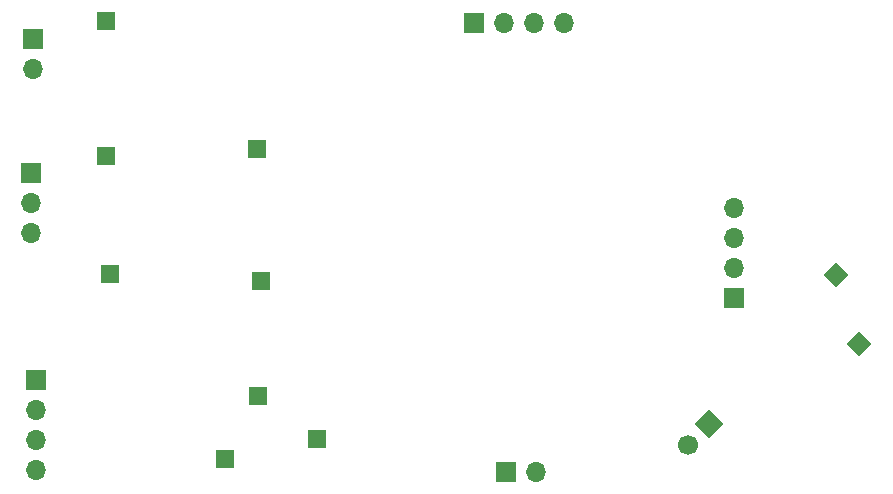
<source format=gbr>
%TF.GenerationSoftware,KiCad,Pcbnew,8.0.0-8.0.0-1~ubuntu20.04.1*%
%TF.CreationDate,2024-06-18T18:08:34-06:00*%
%TF.ProjectId,turbidometer,74757262-6964-46f6-9d65-7465722e6b69,rev?*%
%TF.SameCoordinates,Original*%
%TF.FileFunction,Soldermask,Bot*%
%TF.FilePolarity,Negative*%
%FSLAX46Y46*%
G04 Gerber Fmt 4.6, Leading zero omitted, Abs format (unit mm)*
G04 Created by KiCad (PCBNEW 8.0.0-8.0.0-1~ubuntu20.04.1) date 2024-06-18 18:08:34*
%MOMM*%
%LPD*%
G01*
G04 APERTURE LIST*
G04 Aperture macros list*
%AMHorizOval*
0 Thick line with rounded ends*
0 $1 width*
0 $2 $3 position (X,Y) of the first rounded end (center of the circle)*
0 $4 $5 position (X,Y) of the second rounded end (center of the circle)*
0 Add line between two ends*
20,1,$1,$2,$3,$4,$5,0*
0 Add two circle primitives to create the rounded ends*
1,1,$1,$2,$3*
1,1,$1,$4,$5*%
%AMRotRect*
0 Rectangle, with rotation*
0 The origin of the aperture is its center*
0 $1 length*
0 $2 width*
0 $3 Rotation angle, in degrees counterclockwise*
0 Add horizontal line*
21,1,$1,$2,0,0,$3*%
G04 Aperture macros list end*
%ADD10RotRect,1.500000X1.500000X225.000000*%
%ADD11R,1.500000X1.500000*%
%ADD12R,1.700000X1.700000*%
%ADD13O,1.700000X1.700000*%
%ADD14RotRect,1.700000X1.700000X135.000000*%
%ADD15HorizOval,1.700000X0.000000X0.000000X0.000000X0.000000X0*%
G04 APERTURE END LIST*
D10*
%TO.C,RG2*%
X198410000Y-97650000D03*
%TD*%
D11*
%TO.C,LED0*%
X149440000Y-86960000D03*
%TD*%
%TO.C,VREF2*%
X137010000Y-97610000D03*
%TD*%
%TO.C,VREF1*%
X136670000Y-87620000D03*
%TD*%
%TO.C,LED1*%
X149770000Y-98130000D03*
%TD*%
D10*
%TO.C,RG3*%
X200420000Y-103520000D03*
%TD*%
D12*
%TO.C,J4*%
X130310000Y-88990000D03*
D13*
X130310000Y-91530000D03*
X130310000Y-94070000D03*
%TD*%
D11*
%TO.C,VREF0*%
X136640000Y-76130000D03*
%TD*%
D12*
%TO.C,J3*%
X130460000Y-77640000D03*
D13*
X130460000Y-80180000D03*
%TD*%
D11*
%TO.C,LED2*%
X149520000Y-107910000D03*
%TD*%
D12*
%TO.C,J1*%
X130670000Y-106520000D03*
D13*
X130670000Y-109060000D03*
X130670000Y-111600000D03*
X130670000Y-114140000D03*
%TD*%
D11*
%TO.C,RG0*%
X146720000Y-113210000D03*
%TD*%
%TO.C,RG1*%
X154500000Y-111570000D03*
%TD*%
D12*
%TO.C,J7*%
X170480000Y-114350000D03*
D13*
X173020000Y-114350000D03*
%TD*%
D14*
%TO.C,J2*%
X187686051Y-110283949D03*
D15*
X185890000Y-112080000D03*
%TD*%
D12*
%TO.C,J5*%
X167770000Y-76280000D03*
D13*
X170310000Y-76280000D03*
X172850000Y-76280000D03*
X175390000Y-76280000D03*
%TD*%
D12*
%TO.C,J6*%
X189830000Y-99630000D03*
D13*
X189830000Y-97090000D03*
X189830000Y-94550000D03*
X189830000Y-92010000D03*
%TD*%
M02*

</source>
